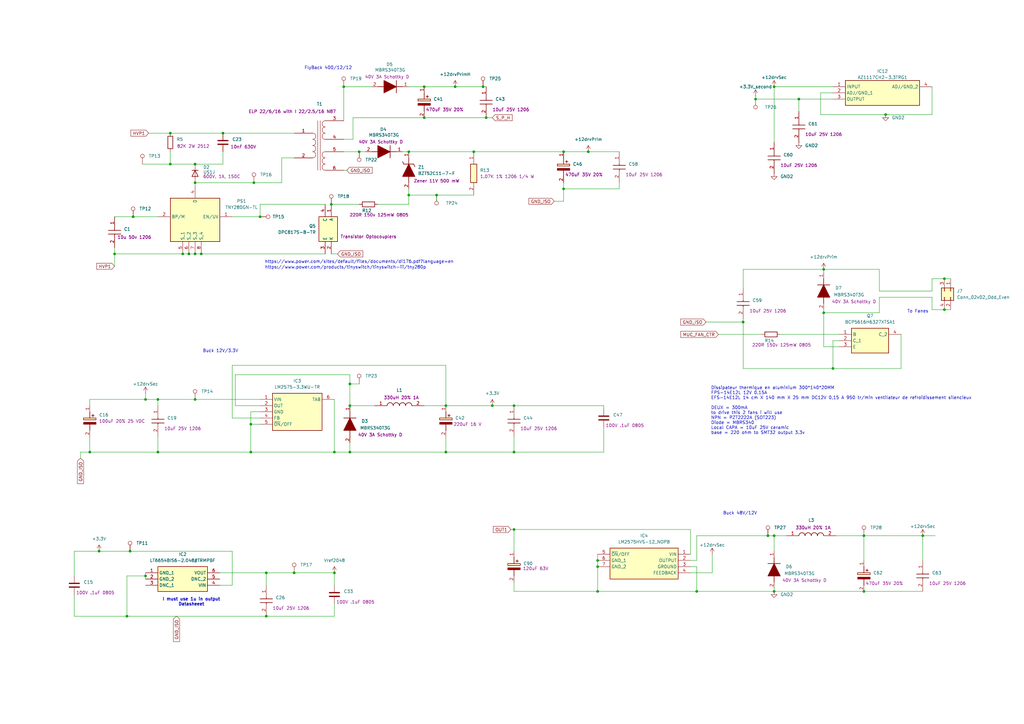
<source format=kicad_sch>
(kicad_sch (version 20250114) (generator "eeschema") (generator_version "9.0")
  (paper "A3")
  (text "Buck 12V/3.3V" (at 90.424 144.018 0) (effects (font (size 1.27 1.27))))
  (text "To Fanes\n" (at 376.428 127.762 0) (effects (font (size 1.27 1.27))))
  (text "Buck 48V/12V" (at 303.53 210.566 0) (effects (font (size 1.27 1.27))))
  (text "https://www.power.com/sites/default/files/documents/di176.pdf?language=en" (at 147.32 107.442 0) (effects (font (size 1.27 1.27))))
  (text "Dissipateur thermique en aluminium 300*140*20MM\nFPS-14E12L 12V 0.15A \nEFS-14E12L 14 cm X 140 mm X 25 mm DC12V 0,15 A 950 tr/min ventilateur de refroidissement silencieux\n\nDEUX = 300mA \nto drive this 2 fans i will use \nNPN = PZT2222A (SOT223)\nDiode = MBRS340\nLocal CAPA = 10uF 25V ceramic \nbase = 220 ohm to SMT32 output 3.3v " (at 291.592 168.402 0) (effects (font (size 1.27 1.27)) (justify left)))
  (text "I must use 1u in output\nDatasheeet\n" (at 78.486 246.888 0) (effects (font (size 1.27 1.27) (thickness 0.254) (bold yes))))
  (text "https://www.power.com/products/tinyswitch/tinyswitch-iii/tny280p" (at 141.732 109.728 0) (effects (font (size 1.27 1.27))))
  (text "FlyBack 400/12/12" (at 134.62 27.94 0) (effects (font (size 1.27 1.27))))
  (junction (at 102.87 173.99))
  (junction (at 109.22 234.95))
  (junction (at 80.01 104.14))
  (junction (at 54.61 88.9))
  (junction (at 173.99 35.56))
  (junction (at 378.46 219.71))
  (junction (at 137.16 185.42))
  (junction (at 387.35 127))
  (junction (at 82.55 104.14))
  (junction (at 231.14 62.23))
  (junction (at 40.64 226.06))
  (junction (at 314.96 219.71))
  (junction (at 245.11 232.41))
  (junction (at 69.85 67.31))
  (junction (at 317.5 35.56))
  (junction (at 106.68 88.9))
  (junction (at 341.63 151.13))
  (junction (at 210.82 185.42))
  (junction (at 135.89 83.82))
  (junction (at 317.5 219.71))
  (junction (at 186.69 35.56))
  (junction (at 147.32 62.23))
  (junction (at 59.69 236.22))
  (junction (at 363.22 46.99))
  (junction (at 245.11 242.57))
  (junction (at 143.51 166.37))
  (junction (at 210.82 166.37))
  (junction (at 167.64 80.01))
  (junction (at 241.3 62.23))
  (junction (at 80.01 74.93))
  (junction (at 80.01 163.83))
  (junction (at 194.31 62.23))
  (junction (at 179.07 80.01))
  (junction (at 199.39 48.26))
  (junction (at 143.51 185.42))
  (junction (at 337.82 110.49))
  (junction (at 182.88 185.42))
  (junction (at 77.47 104.14))
  (junction (at 137.16 234.95))
  (junction (at 210.82 217.17))
  (junction (at 52.07 252.73))
  (junction (at 104.14 74.93))
  (junction (at 201.93 166.37))
  (junction (at 354.33 219.71))
  (junction (at 91.44 54.61))
  (junction (at 387.35 114.3))
  (junction (at 317.5 242.57))
  (junction (at 102.87 185.42))
  (junction (at 74.93 104.14))
  (junction (at 231.14 77.47))
  (junction (at 327.66 40.64))
  (junction (at 182.88 166.37))
  (junction (at 64.77 163.83))
  (junction (at 80.01 67.31))
  (junction (at 109.22 252.73))
  (junction (at 167.64 62.23))
  (junction (at 120.65 234.95))
  (junction (at 198.12 35.56))
  (junction (at 245.11 229.87))
  (junction (at 337.82 128.27))
  (junction (at 46.99 104.14))
  (junction (at 309.88 40.64))
  (junction (at 36.83 185.42))
  (junction (at 59.69 163.83))
  (junction (at 143.51 157.48))
  (junction (at 140.97 35.56))
  (junction (at 304.8 132.08))
  (junction (at 173.99 48.26))
  (junction (at 53.34 226.06))
  (junction (at 64.77 185.42))
  (junction (at 285.75 242.57))
  (junction (at 69.85 54.61))
  (junction (at 354.33 242.57))
  (wire (pts (xy 317.5 219.71) (xy 317.5 226.06)))
  (wire (pts (xy 147.32 62.23) (xy 149.86 62.23)))
  (wire (pts (xy 167.64 80.01) (xy 167.64 77.47)))
  (wire (pts (xy 304.8 132.08) (xy 289.56 132.08)))
  (wire (pts (xy 59.69 236.22) (xy 59.69 237.49)))
  (wire (pts (xy 254 77.47) (xy 231.14 77.47)))
  (wire (pts (xy 64.77 185.42) (xy 64.77 179.07)))
  (wire (pts (xy 102.87 168.91) (xy 106.68 168.91)))
  (wire (pts (xy 209.55 217.17) (xy 210.82 217.17)))
  (wire (pts (xy 30.48 243.84) (xy 30.48 252.73)))
  (wire (pts (xy 91.44 62.23) (xy 91.44 67.31)))
  (wire (pts (xy 36.83 163.83) (xy 59.69 163.83)))
  (wire (pts (xy 96.52 153.67) (xy 143.51 153.67)))
  (wire (pts (xy 179.07 80.01) (xy 167.64 80.01)))
  (wire (pts (xy 64.77 163.83) (xy 64.77 166.37)))
  (wire (pts (xy 91.44 54.61) (xy 120.65 54.61)))
  (wire (pts (xy 304.8 130.81) (xy 304.8 132.08)))
  (wire (pts (xy 30.48 226.06) (xy 30.48 236.22)))
  (wire (pts (xy 389.89 114.3) (xy 387.35 114.3)))
  (wire (pts (xy 179.07 80.01) (xy 194.31 80.01)))
  (wire (pts (xy 210.82 185.42) (xy 210.82 179.07)))
  (wire (pts (xy 285.75 229.87) (xy 283.21 229.87)))
  (wire (pts (xy 60.96 54.61) (xy 69.85 54.61)))
  (wire (pts (xy 144.78 57.15) (xy 144.78 48.26)))
  (wire (pts (xy 360.68 121.92) (xy 382.27 121.92)))
  (wire (pts (xy 95.25 240.03) (xy 95.25 226.06)))
  (wire (pts (xy 382.27 121.92) (xy 382.27 127)))
  (wire (pts (xy 382.27 127) (xy 387.35 127)))
  (wire (pts (xy 143.51 181.61) (xy 143.51 185.42)))
  (wire (pts (xy 317.5 242.57) (xy 354.33 242.57)))
  (wire (pts (xy 46.99 109.22) (xy 46.99 104.14)))
  (wire (pts (xy 210.82 166.37) (xy 247.65 166.37)))
  (wire (pts (xy 254 74.93) (xy 254 77.47)))
  (wire (pts (xy 210.82 217.17) (xy 283.21 217.17)))
  (wire (pts (xy 140.97 35.56) (xy 152.4 35.56)))
  (wire (pts (xy 154.94 83.82) (xy 167.64 83.82)))
  (wire (pts (xy 354.33 242.57) (xy 378.46 242.57)))
  (wire (pts (xy 285.75 232.41) (xy 285.75 242.57)))
  (wire (pts (xy 245.11 232.41) (xy 245.11 242.57)))
  (wire (pts (xy 102.87 173.99) (xy 102.87 185.42)))
  (wire (pts (xy 36.83 185.42) (xy 64.77 185.42)))
  (wire (pts (xy 90.17 240.03) (xy 95.25 240.03)))
  (wire (pts (xy 179.07 82.55) (xy 179.07 80.01)))
  (wire (pts (xy 336.55 38.1) (xy 341.63 38.1)))
  (wire (pts (xy 106.68 83.82) (xy 106.68 88.9)))
  (wire (pts (xy 231.14 62.23) (xy 241.3 62.23)))
  (wire (pts (xy 304.8 110.49) (xy 304.8 118.11)))
  (wire (pts (xy 285.75 229.87) (xy 285.75 219.71)))
  (wire (pts (xy 64.77 88.9) (xy 54.61 88.9)))
  (wire (pts (xy 304.8 151.13) (xy 341.63 151.13)))
  (wire (pts (xy 143.51 153.67) (xy 143.51 157.48)))
  (wire (pts (xy 135.89 83.82) (xy 147.32 83.82)))
  (wire (pts (xy 210.82 185.42) (xy 247.65 185.42)))
  (wire (pts (xy 52.07 252.73) (xy 109.22 252.73)))
  (wire (pts (xy 167.64 80.01) (xy 167.64 83.82)))
  (wire (pts (xy 46.99 101.6) (xy 46.99 104.14)))
  (wire (pts (xy 304.8 110.49) (xy 337.82 110.49)))
  (wire (pts (xy 115.57 64.77) (xy 120.65 64.77)))
  (wire (pts (xy 80.01 74.93) (xy 80.01 76.2)))
  (wire (pts (xy 182.88 185.42) (xy 182.88 179.07)))
  (wire (pts (xy 283.21 217.17) (xy 283.21 227.33)))
  (wire (pts (xy 231.14 82.55) (xy 231.14 77.47)))
  (wire (pts (xy 95.25 171.45) (xy 106.68 171.45)))
  (wire (pts (xy 106.68 166.37) (xy 96.52 166.37)))
  (wire (pts (xy 341.63 151.13) (xy 369.57 151.13)))
  (wire (pts (xy 33.02 185.42) (xy 36.83 185.42)))
  (wire (pts (xy 69.85 67.31) (xy 69.85 62.23)))
  (wire (pts (xy 360.68 128.27) (xy 360.68 121.92)))
  (wire (pts (xy 245.11 229.87) (xy 245.11 232.41)))
  (wire (pts (xy 283.21 234.95) (xy 292.1 234.95)))
  (wire (pts (xy 96.52 166.37) (xy 96.52 153.67)))
  (wire (pts (xy 309.88 40.64) (xy 327.66 40.64)))
  (wire (pts (xy 360.68 119.38) (xy 382.27 119.38)))
  (wire (pts (xy 337.82 142.24) (xy 344.17 142.24)))
  (wire (pts (xy 69.85 67.31) (xy 80.01 67.31)))
  (wire (pts (xy 74.93 104.14) (xy 77.47 104.14)))
  (wire (pts (xy 167.64 35.56) (xy 173.99 35.56)))
  (wire (pts (xy 317.5 35.56) (xy 317.5 58.42)))
  (wire (pts (xy 342.9 219.71) (xy 354.33 219.71)))
  (wire (pts (xy 360.68 110.49) (xy 360.68 119.38)))
  (wire (pts (xy 77.47 104.14) (xy 80.01 104.14)))
  (wire (pts (xy 173.99 48.26) (xy 199.39 48.26)))
  (wire (pts (xy 294.64 137.16) (xy 312.42 137.16)))
  (wire (pts (xy 106.68 83.82) (xy 133.35 83.82)))
  (wire (pts (xy 109.22 234.95) (xy 120.65 234.95)))
  (wire (pts (xy 64.77 185.42) (xy 102.87 185.42)))
  (wire (pts (xy 135.89 104.14) (xy 138.43 104.14)))
  (wire (pts (xy 247.65 167.64) (xy 247.65 166.37)))
  (wire (pts (xy 186.69 35.56) (xy 198.12 35.56)))
  (wire (pts (xy 140.97 35.56) (xy 140.97 49.53)))
  (wire (pts (xy 378.46 219.71) (xy 378.46 229.87)))
  (wire (pts (xy 354.33 219.71) (xy 354.33 229.87)))
  (wire (pts (xy 201.93 166.37) (xy 210.82 166.37)))
  (wire (pts (xy 104.14 74.93) (xy 115.57 74.93)))
  (wire (pts (xy 140.97 57.15) (xy 144.78 57.15)))
  (wire (pts (xy 115.57 64.77) (xy 115.57 74.93)))
  (wire (pts (xy 137.16 185.42) (xy 143.51 185.42)))
  (wire (pts (xy 182.88 149.86) (xy 182.88 166.37)))
  (wire (pts (xy 337.82 128.27) (xy 337.82 142.24)))
  (wire (pts (xy 182.88 185.42) (xy 210.82 185.42)))
  (wire (pts (xy 143.51 157.48) (xy 143.51 166.37)))
  (wire (pts (xy 102.87 185.42) (xy 137.16 185.42)))
  (wire (pts (xy 142.24 69.85) (xy 140.97 69.85)))
  (wire (pts (xy 137.16 163.83) (xy 137.16 185.42)))
  (wire (pts (xy 241.3 62.23) (xy 254 62.23)))
  (wire (pts (xy 54.61 88.9) (xy 46.99 88.9)))
  (wire (pts (xy 102.87 168.91) (xy 102.87 173.99)))
  (wire (pts (xy 95.25 149.86) (xy 182.88 149.86)))
  (wire (pts (xy 363.22 46.99) (xy 336.55 46.99)))
  (wire (pts (xy 314.96 219.71) (xy 317.5 219.71)))
  (wire (pts (xy 320.04 137.16) (xy 344.17 137.16)))
  (wire (pts (xy 36.83 185.42) (xy 36.83 179.07)))
  (wire (pts (xy 59.69 161.29) (xy 59.69 163.83)))
  (wire (pts (xy 317.5 35.56) (xy 341.63 35.56)))
  (wire (pts (xy 245.11 242.57) (xy 285.75 242.57)))
  (wire (pts (xy 317.5 219.71) (xy 322.58 219.71)))
  (wire (pts (xy 90.17 234.95) (xy 109.22 234.95)))
  (wire (pts (xy 337.82 110.49) (xy 360.68 110.49)))
  (wire (pts (xy 382.27 114.3) (xy 382.27 119.38)))
  (wire (pts (xy 53.34 226.06) (xy 95.25 226.06)))
  (wire (pts (xy 143.51 157.48) (xy 147.32 157.48)))
  (wire (pts (xy 165.1 62.23) (xy 167.64 62.23)))
  (wire (pts (xy 285.75 219.71) (xy 314.96 219.71)))
  (wire (pts (xy 247.65 175.26) (xy 247.65 185.42)))
  (wire (pts (xy 58.42 67.31) (xy 69.85 67.31)))
  (wire (pts (xy 337.82 110.49) (xy 337.82 111.76)))
  (wire (pts (xy 80.01 67.31) (xy 91.44 67.31)))
  (wire (pts (xy 30.48 226.06) (xy 40.64 226.06)))
  (wire (pts (xy 317.5 241.3) (xy 317.5 242.57)))
  (wire (pts (xy 69.85 54.61) (xy 91.44 54.61)))
  (wire (pts (xy 198.12 35.56) (xy 199.39 35.56)))
  (wire (pts (xy 231.14 77.47) (xy 231.14 74.93)))
  (wire (pts (xy 369.57 137.16) (xy 369.57 151.13)))
  (wire (pts (xy 120.65 234.95) (xy 137.16 234.95)))
  (wire (pts (xy 327.66 40.64) (xy 327.66 45.72)))
  (wire (pts (xy 52.07 236.22) (xy 52.07 252.73)))
  (wire (pts (xy 173.99 166.37) (xy 182.88 166.37)))
  (wire (pts (xy 80.01 74.93) (xy 104.14 74.93)))
  (wire (pts (xy 327.66 40.64) (xy 341.63 40.64)))
  (wire (pts (xy 210.82 217.17) (xy 210.82 226.06)))
  (wire (pts (xy 46.99 104.14) (xy 74.93 104.14)))
  (wire (pts (xy 378.46 219.71) (xy 383.54 219.71)))
  (wire (pts (xy 285.75 242.57) (xy 317.5 242.57)))
  (wire (pts (xy 382.27 35.56) (xy 382.27 46.99)))
  (wire (pts (xy 245.11 227.33) (xy 245.11 229.87)))
  (wire (pts (xy 82.55 104.14) (xy 133.35 104.14)))
  (wire (pts (xy 227.33 82.55) (xy 231.14 82.55)))
  (wire (pts (xy 341.63 139.7) (xy 341.63 151.13)))
  (wire (pts (xy 109.22 252.73) (xy 137.16 252.73)))
  (wire (pts (xy 137.16 247.65) (xy 137.16 252.73)))
  (wire (pts (xy 292.1 227.33) (xy 292.1 234.95)))
  (wire (pts (xy 336.55 46.99) (xy 336.55 38.1)))
  (wire (pts (xy 387.35 114.3) (xy 382.27 114.3)))
  (wire (pts (xy 337.82 127) (xy 337.82 128.27)))
  (wire (pts (xy 109.22 234.95) (xy 109.22 240.03)))
  (wire (pts (xy 80.01 163.83) (xy 64.77 163.83)))
  (wire (pts (xy 36.83 163.83) (xy 36.83 166.37)))
  (wire (pts (xy 33.02 187.96) (xy 33.02 185.42)))
  (wire (pts (xy 106.68 163.83) (xy 80.01 163.83)))
  (wire (pts (xy 210.82 242.57) (xy 245.11 242.57)))
  (wire (pts (xy 80.01 104.14) (xy 82.55 104.14)))
  (wire (pts (xy 30.48 252.73) (xy 52.07 252.73)))
  (wire (pts (xy 173.99 35.56) (xy 186.69 35.56)))
  (wire (pts (xy 106.68 88.9) (xy 95.25 88.9)))
  (wire (pts (xy 354.33 219.71) (xy 378.46 219.71)))
  (wire (pts (xy 210.82 238.76) (xy 210.82 242.57)))
  (wire (pts (xy 144.78 48.26) (xy 173.99 48.26)))
  (wire (pts (xy 283.21 232.41) (xy 285.75 232.41)))
  (wire (pts (xy 182.88 166.37) (xy 201.93 166.37)))
  (wire (pts (xy 95.25 149.86) (xy 95.25 171.45)))
  (wire (pts (xy 304.8 132.08) (xy 304.8 151.13)))
  (wire (pts (xy 309.88 40.64) (xy 309.88 39.37)))
  (wire (pts (xy 143.51 166.37) (xy 153.67 166.37)))
  (wire (pts (xy 59.69 163.83) (xy 64.77 163.83)))
  (wire (pts (xy 341.63 139.7) (xy 344.17 139.7)))
  (wire (pts (xy 194.31 62.23) (xy 231.14 62.23)))
  (wire (pts (xy 382.27 46.99) (xy 363.22 46.99)))
  (wire (pts (xy 59.69 236.22) (xy 52.07 236.22)))
  (wire (pts (xy 199.39 48.26) (xy 201.93 48.26)))
  (wire (pts (xy 137.16 234.95) (xy 137.16 240.03)))
  (wire (pts (xy 337.82 128.27) (xy 360.68 128.27)))
  (wire (pts (xy 387.35 127) (xy 389.89 127)))
  (wire (pts (xy 59.69 234.95) (xy 59.69 236.22)))
  (wire (pts (xy 102.87 173.99) (xy 106.68 173.99)))
  (wire (pts (xy 40.64 226.06) (xy 53.34 226.06)))
  (wire (pts (xy 140.97 62.23) (xy 147.32 62.23)))
  (wire (pts (xy 167.64 62.23) (xy 194.31 62.23)))
  (wire (pts (xy 143.51 185.42) (xy 182.88 185.42)))
  (global_label "OUT1" (shape input) (at 209.55 217.17 180) (property "Intersheetrefs" "${INTERSHEET_REFS}" (effects (hide yes))))
  (global_label "GND_ISO" (shape input) (at 138.43 104.14 0) (property "Intersheetrefs" "${INTERSHEET_REFS}" (effects (hide yes))))
  (global_label "HVP1" (shape input) (at 60.96 54.61 180) (property "Intersheetrefs" "${INTERSHEET_REFS}" (effects (hide yes))))
  (global_label "MUC_FAN_CTR" (shape input) (at 294.64 137.16 180) (property "Intersheetrefs" "${INTERSHEET_REFS}" (effects (hide yes))))
  (global_label "GND_ISO" (shape input) (at 289.56 132.08 180) (property "Intersheetrefs" "${INTERSHEET_REFS}" (effects (hide yes))))
  (global_label "GND_ISO" (shape input) (at 33.02 187.96 270) (property "Intersheetrefs" "${INTERSHEET_REFS}" (effects (hide yes))))
  (global_label "GND_ISO" (shape input) (at 227.33 82.55 180) (property "Intersheetrefs" "${INTERSHEET_REFS}" (effects (hide yes))))
  (global_label "GND_ISO" (shape input) (at 72.39 252.73 270) (property "Intersheetrefs" "${INTERSHEET_REFS}" (effects (hide yes))))
  (global_label "HVP1" (shape input) (at 46.99 109.22 180) (property "Intersheetrefs" "${INTERSHEET_REFS}" (effects (hide yes))))
  (global_label "S_P_H" (shape input) (at 201.93 48.26 0) (property "Intersheetrefs" "${INTERSHEET_REFS}" (effects (hide yes))))
  (global_label "GND_ISO" (shape input) (at 142.24 69.85 0) (property "Intersheetrefs" "${INTERSHEET_REFS}" (effects (hide yes))))
  (symbol (lib_id "GRM31CR71E106KA12K:GRM31CR71E106KA12K") (at 109.22 240.03 270) (unit 1)
    (property "Reference" "C26" (at 113.03 245.1099 90) (effects (justify left)))
    (property "Value" "GRM31CR71E106KA12K" (effects (hide yes)))
    (property "Footprint" "GRM31CR71E106KA12K:GRM31x" (effects (hide yes)))
    (property "Datasheet" "https://search.murata.co.jp/Ceramy/image/img/A01X/G101/ENG/GRM31CR71E106KA12-01CA.pdf" (effects (hide yes)))
    (property "Description" "10uF 25V 1206" (at 119.38 249.428 90))
    (property "Height" "1.25" (effects (hide yes)))
    (property "Mouser Part Number" "81-GRM31CR71E106KA2K" (effects (hide yes)))
    (property "Mouser Price/Stock" "https://www.mouser.co.uk/ProductDetail/Murata-Electronics/GRM31CR71E106KA12K?qs=raY79WRVTyM6xGVExNjdaw%3D%3D" (effects (hide yes)))
    (property "Manufacturer_Name" "Murata Electronics" (effects (hide yes)))
    (property "Manufacturer_Part_Number" "GRM31CR71E106KA12K" (effects (hide yes)))
  )
  (symbol (lib_id "power:GND2") (at 317.5 242.57 0) (unit 1)
    (property "Reference" "#PWR030" (effects (hide yes)))
    (property "Value" "GND2" (at 320.04 243.8399 0) (effects (justify left)))
    (property "Description" "Power symbol creates a global label with name \"GND2\" , ground" (effects (hide yes)))
  )
  (symbol (lib_id "Connector:TestPoint") (at 53.34 226.06 0) (unit 1)
    (property "Reference" "TP11" (at 55.88 222.7579 0) (effects (justify left)))
    (property "Value" "TestPoint" (effects (hide yes)))
    (property "Footprint" "TestPoint:TestPoint_Pad_D1.0mm" (effects (hide yes)))
    (property "Description" "test point" (effects (hide yes)))
  )
  (symbol (lib_id "AZ1117CH2-3_3TRG1:AZ1117CH2-3.3TRG1") (at 341.63 35.56 0) (unit 1)
    (property "Reference" "IC12" (at 361.95 29.21 0))
    (property "Value" "AZ1117CH2-3.3TRG1" (at 361.95 31.75 0))
    (property "Footprint" "SOT230P700X180-4N" (effects (hide yes)))
    (property "Datasheet" "https://www.diodes.com//assets/Datasheets/AZ1117C.pdf" (effects (hide yes)))
    (property "Description" "LDO Voltage Regulators LDO BJT HiCurr SOT223 T&R 4K" (effects (hide yes)))
    (property "Height" "1.8" (effects (hide yes)))
    (property "Mouser Part Number" "621-AZ1117CH2-33TRG1" (effects (hide yes)))
    (property "Mouser Price/Stock" "https://www.mouser.co.uk/ProductDetail/Diodes-Incorporated/AZ1117CH2-3.3TRG1?qs=lQAVKuKFhkLc7jCxso2G3w%3D%3D" (effects (hide yes)))
    (property "Manufacturer_Name" "Diodes Incorporated" (effects (hide yes)))
    (property "Manufacturer_Part_Number" "AZ1117CH2-3.3TRG1" (effects (hide yes)))
  )
  (symbol (lib_id "LT6654BIS6-2_048#TRMPBF:LT6654BIS6-2.048#TRMPBF") (at 59.69 234.95 0) (unit 1)
    (property "Reference" "IC2" (at 74.93 227.33 0))
    (property "Value" "LT6654BIS6-2.048#TRMPBF" (at 74.93 229.87 0))
    (property "Footprint" "LT6654BIS6-2.048#TRMPBF:SOT95P280X100-6N" (effects (hide yes)))
    (property "Datasheet" "https://www.analog.com/media/en/technical-documentation/data-sheets/lt6654.pdf" (effects (hide yes)))
    (property "Description" "Voltage Reference, 2.048V reference, 0.1 %, +/- 10ppm/C, TSOT-23-6" (effects (hide yes)))
    (property "Height" "1" (effects (hide yes)))
    (property "Mouser Part Number" "584-6654BIS62048TMPB" (effects (hide yes)))
    (property "Manufacturer_Name" "Analog Devices" (effects (hide yes)))
  )
  (symbol (lib_id "power:+5V") (at 201.93 166.37 0) (unit 1)
    (property "Reference" "#PWR019" (effects (hide yes)))
    (property "Value" "+3.3V" (at 201.93 161.29 0))
    (property "Description" "Power symbol creates a global label with name \"+5V\"" (effects (hide yes)))
  )
  (symbol (lib_id "BZT52C11-7-F:BZT52C11-7-F") (at 167.64 62.23 270) (unit 1)
    (property "Reference" "Z1" (at 171.45 68.5799 90) (effects (justify left)))
    (property "Value" "BZT52C11-7-F" (at 171.45 71.1199 90) (effects (justify left)))
    (property "Footprint" "BZT52C11-7-F:SOD3716X145N" (effects (hide yes)))
    (property "Datasheet" "https://www.diodes.com//assets/Datasheets/ds18004.pdf" (effects (hide yes)))
    (property "Description" "Zener 11V 500 mW" (at 179.07 74.168 90))
    (property "Height" "1.45" (effects (hide yes)))
    (property "Mouser Part Number" "621-BZT52C11-F" (effects (hide yes)))
    (property "Mouser Price/Stock" "https://www.mouser.co.uk/ProductDetail/Diodes-Incorporated/BZT52C11-7-F?qs=NCeJV9s1cFlH%2FmA72UzX4g%3D%3D" (effects (hide yes)))
    (property "Manufacturer_Name" "Diodes Incorporated" (effects (hide yes)))
    (property "Manufacturer_Part_Number" "BZT52C11-7-F" (effects (hide yes)))
  )
  (symbol (lib_id "GRM31CR71E106KA12K:GRM31CR71E106KA12K") (at 199.39 35.56 270) (unit 1)
    (property "Reference" "C43" (at 203.2 40.6399 90) (effects (justify left)))
    (property "Value" "GRM31CR71E106KA12K" (effects (hide yes)))
    (property "Footprint" "GRM31CR71E106KA12K:GRM31x" (effects (hide yes)))
    (property "Datasheet" "https://search.murata.co.jp/Ceramy/image/img/A01X/G101/ENG/GRM31CR71E106KA12-01CA.pdf" (effects (hide yes)))
    (property "Description" "10uF 25V 1206" (at 209.55 44.958 90))
    (property "Height" "1.25" (effects (hide yes)))
    (property "Mouser Part Number" "81-GRM31CR71E106KA2K" (effects (hide yes)))
    (property "Mouser Price/Stock" "https://www.mouser.co.uk/ProductDetail/Murata-Electronics/GRM31CR71E106KA12K?qs=raY79WRVTyM6xGVExNjdaw%3D%3D" (effects (hide yes)))
    (property "Manufacturer_Name" "Murata Electronics" (effects (hide yes)))
    (property "Manufacturer_Part_Number" "GRM31CR71E106KA12K" (effects (hide yes)))
  )
  (symbol (lib_id "Connector:TestPoint") (at 147.32 62.23 0) (mirror x) (unit 1)
    (property "Reference" "TP22" (at 149.86 65.5321 0) (effects (justify left)))
    (property "Value" "TestPoint" (effects (hide yes)))
    (property "Footprint" "TestPoint:TestPoint_Pad_D1.0mm" (effects (hide yes)))
    (property "Description" "test point" (effects (hide yes)))
  )
  (symbol (lib_id "GRM31CR71E106KA12K:GRM31CR71E106KA12K") (at 317.5 58.42 270) (unit 1)
    (property "Reference" "C60" (at 321.31 63.4999 90) (effects (justify left)))
    (property "Value" "GRM31CR71E106KA12K" (effects (hide yes)))
    (property "Footprint" "GRM31CR71E106KA12K:GRM31x" (effects (hide yes)))
    (property "Datasheet" "https://search.murata.co.jp/Ceramy/image/img/A01X/G101/ENG/GRM31CR71E106KA12-01CA.pdf" (effects (hide yes)))
    (property "Description" "10uF 25V 1206" (at 327.66 67.818 90))
    (property "Height" "1.25" (effects (hide yes)))
    (property "Mouser Part Number" "81-GRM31CR71E106KA2K" (effects (hide yes)))
    (property "Mouser Price/Stock" "https://www.mouser.co.uk/ProductDetail/Murata-Electronics/GRM31CR71E106KA12K?qs=raY79WRVTyM6xGVExNjdaw%3D%3D" (effects (hide yes)))
    (property "Manufacturer_Name" "Murata Electronics" (effects (hide yes)))
    (property "Manufacturer_Part_Number" "GRM31CR71E106KA12K" (effects (hide yes)))
  )
  (symbol (lib_id "GRM31CR71E106KA12K:GRM31CR71E106KA12K") (at 327.66 45.72 270) (unit 1)
    (property "Reference" "C61" (at 331.47 50.7999 90) (effects (justify left)))
    (property "Value" "GRM31CR71E106KA12K" (effects (hide yes)))
    (property "Footprint" "GRM31CR71E106KA12K:GRM31x" (effects (hide yes)))
    (property "Datasheet" "https://search.murata.co.jp/Ceramy/image/img/A01X/G101/ENG/GRM31CR71E106KA12-01CA.pdf" (effects (hide yes)))
    (property "Description" "10uF 25V 1206" (at 337.82 55.118 90))
    (property "Height" "1.25" (effects (hide yes)))
    (property "Mouser Part Number" "81-GRM31CR71E106KA2K" (effects (hide yes)))
    (property "Mouser Price/Stock" "https://www.mouser.co.uk/ProductDetail/Murata-Electronics/GRM31CR71E106KA12K?qs=raY79WRVTyM6xGVExNjdaw%3D%3D" (effects (hide yes)))
    (property "Manufacturer_Name" "Murata Electronics" (effects (hide yes)))
    (property "Manufacturer_Part_Number" "GRM31CR71E106KA12K" (effects (hide yes)))
  )
  (symbol (lib_id "EEV-FK1V471Q:EEV-FK1V471Q") (at 173.99 35.56 270) (unit 1)
    (property "Reference" "C41" (at 177.8 40.6399 90) (effects (justify left)))
    (property "Value" "EEV-FK1V471Q" (effects (hide yes)))
    (property "Footprint" "EEV-FK1V471Q:EEEFK0J332AQ" (effects (hide yes)))
    (property "Datasheet" "http://industrial.panasonic.com/cdbs/www-data/pdf/RDE0000/ABA0000C1181.pdf" (effects (hide yes)))
    (property "Description" "470uF 35V 20%" (at 182.372 44.958 90))
    (property "Height" "15" (effects (hide yes)))
    (property "Mouser Part Number" "667-EEV-FK1V471Q" (effects (hide yes)))
    (property "Mouser Price/Stock" "https://www.mouser.co.uk/ProductDetail/Panasonic/EEV-FK1V471Q?qs=f%252BPvLx1Hi0nmPvz1q5bc1Q%3D%3D" (effects (hide yes)))
    (property "Manufacturer_Name" "Panasonic" (effects (hide yes)))
    (property "Manufacturer_Part_Number" "EEV-FK1V471Q" (effects (hide yes)))
    (property "Field10" "Cap Aluminum Lytic 470uF 35V 20% (12.5 X 13.5mm) SMD 0.06 Ohm 1100mA 2000h 105C Automotive T/R" (effects (hide yes)))
  )
  (symbol (lib_id "MBRS340T3G:MBRS340T3G") (at 337.82 111.76 90) (mirror x) (unit 1)
    (property "Reference" "D7" (at 343.916 118.11 90))
    (property "Value" "MBRS340T3G" (at 348.234 120.904 90))
    (property "Footprint" "MBRS340T3G:DIOM8059X261N" (effects (hide yes)))
    (property "Datasheet" "https://www.onsemi.com/pub/Collateral/MBRS340T3-D.PDF" (effects (hide yes)))
    (property "Description" "40V 3A Schottky D" (at 350.266 123.698 90))
    (property "Height" "2.61" (effects (hide yes)))
    (property "Mouser Part Number" "863-MBRS340T3G" (effects (hide yes)))
    (property "Mouser Price/Stock" "https://www.mouser.co.uk/ProductDetail/onsemi/MBRS340T3G?qs=3JMERSakeboCr3wxBgfY3w%3D%3D" (effects (hide yes)))
    (property "Manufacturer_Name" "onsemi" (effects (hide yes)))
    (property "Manufacturer_Part_Number" "MBRS340T3G" (effects (hide yes)))
  )
  (symbol (lib_id "Connector:TestPoint") (at 147.32 157.48 0) (unit 1)
    (property "Reference" "TP23" (at 149.86 154.1779 0) (effects (justify left)))
    (property "Value" "TestPoint" (effects (hide yes)))
    (property "Footprint" "TestPoint:TestPoint_Pad_D1.0mm" (effects (hide yes)))
    (property "Description" "test point" (effects (hide yes)))
  )
  (symbol (lib_id "power:+5V") (at 40.64 226.06 0) (unit 1)
    (property "Reference" "#PWR02" (effects (hide yes)))
    (property "Value" "+3.3V" (at 40.64 220.98 0))
    (property "Description" "Power symbol creates a global label with name \"+5V\"" (effects (hide yes)))
  )
  (symbol (lib_id "Connector_Generic:Conn_02x02_Odd_Even") (at 389.89 119.38 270) (unit 1)
    (property "Reference" "J7" (at 392.43 119.3799 90) (effects (justify left)))
    (property "Value" "Conn_02x02_Odd_Even" (at 392.43 121.9199 90) (effects (justify left)))
    (property "Footprint" "Connector_PinHeader_2.54mm:PinHeader_2x02_P2.54mm_Vertical_SMD" (effects (hide yes)))
    (property "Description" "Generic connector, double row, 02x02, odd/even pin numbering scheme (row 1 odd numbers, row 2 even numbers), script generated (kicad-library-utils/schlib/autogen/connector/)" (effects (hide yes)))
  )
  (symbol (lib_id "Connector:TestPoint") (at 104.14 74.93 0) (unit 1)
    (property "Reference" "TP16" (at 106.68 71.6279 0) (effects (justify left)))
    (property "Value" "TestPoint" (effects (hide yes)))
    (property "Footprint" "TestPoint:TestPoint_Pad_D1.0mm" (effects (hide yes)))
    (property "Description" "test point" (effects (hide yes)))
  )
  (symbol (lib_id "Device:R") (at 69.85 58.42 0) (unit 1)
    (property "Reference" "R5" (at 72.39 57.1499 0) (effects (justify left)))
    (property "Value" "9-2176070-5" (effects (hide yes)))
    (property "Footprint" "Resistor_SMD:R_2512_6332Metric" (effects (hide yes)))
    (property "Datasheet" "https://www.te.com/commerce/DocumentDelivery/DDEController?Action=srchrtrv&DocNm=2176070&DocType=Customer+Drawing&DocLang=English&PartCntxt=9-2176070-5&DocFormat=pdf" (effects (hide yes)))
    (property "Description" "82K 2W 2512" (at 79.248 59.944 0))
    (property "Mouser Part Number" "9-2176070-5" (effects (hide yes)))
    (property "Manufacturer_Name" "TE Connectivity / P&B" (effects (hide yes)))
    (property "Manufacturer_Part_Number " "571-9-2176070-5" (effects (hide yes)))
  )
  (symbol (lib_id "GRM31CR71E106KA12K:GRM31CR71E106KA12K") (at 210.82 166.37 270) (unit 1)
    (property "Reference" "C44" (at 214.63 171.4499 90) (effects (justify left)))
    (property "Value" "GRM31CR71E106KA12K" (effects (hide yes)))
    (property "Footprint" "GRM31CR71E106KA12K:GRM31x" (effects (hide yes)))
    (property "Datasheet" "https://search.murata.co.jp/Ceramy/image/img/A01X/G101/ENG/GRM31CR71E106KA12-01CA.pdf" (effects (hide yes)))
    (property "Description" "10uF 25V 1206" (at 220.98 175.768 90))
    (property "Height" "1.25" (effects (hide yes)))
    (property "Mouser Part Number" "81-GRM31CR71E106KA2K" (effects (hide yes)))
    (property "Mouser Price/Stock" "https://www.mouser.co.uk/ProductDetail/Murata-Electronics/GRM31CR71E106KA12K?qs=raY79WRVTyM6xGVExNjdaw%3D%3D" (effects (hide yes)))
    (property "Manufacturer_Name" "Murata Electronics" (effects (hide yes)))
    (property "Manufacturer_Part_Number" "GRM31CR71E106KA12K" (effects (hide yes)))
  )
  (symbol (lib_id "EEV-FK1V471Q:EEV-FK1V471Q") (at 354.33 229.87 270) (unit 1)
    (property "Reference" "C62" (at 358.14 234.9499 90) (effects (justify left)))
    (property "Value" "EEV-FK1V471Q" (effects (hide yes)))
    (property "Footprint" "EEV-FK1V471Q:EEEFK0J332AQ" (effects (hide yes)))
    (property "Datasheet" "http://industrial.panasonic.com/cdbs/www-data/pdf/RDE0000/ABA0000C1181.pdf" (effects (hide yes)))
    (property "Description" "470uF 35V 20%" (at 362.712 239.268 90))
    (property "Height" "15" (effects (hide yes)))
    (property "Mouser Part Number" "667-EEV-FK1V471Q" (effects (hide yes)))
    (property "Mouser Price/Stock" "https://www.mouser.co.uk/ProductDetail/Panasonic/EEV-FK1V471Q?qs=f%252BPvLx1Hi0nmPvz1q5bc1Q%3D%3D" (effects (hide yes)))
    (property "Manufacturer_Name" "Panasonic" (effects (hide yes)))
    (property "Manufacturer_Part_Number" "EEV-FK1V471Q" (effects (hide yes)))
    (property "Field10" "Cap Aluminum Lytic 470uF 35V 20% (12.5 X 13.5mm) SMD 0.06 Ohm 1100mA 2000h 105C Automotive T/R" (effects (hide yes)))
  )
  (symbol (lib_id "power:GND2") (at 363.22 46.99 0) (unit 1)
    (property "Reference" "#PWR038" (effects (hide yes)))
    (property "Value" "GND2" (at 365.76 48.2599 0) (effects (justify left)))
    (property "Description" "Power symbol creates a global label with name \"GND2\" , ground" (effects (hide yes)))
  )
  (symbol (lib_id "power:+12V") (at 378.46 219.71 0) (unit 1)
    (property "Reference" "#PWR041" (effects (hide yes)))
    (property "Value" "+12drvSec" (at 378.46 215.9 0))
    (property "Description" "Power symbol creates a global label with name \"+12V\"" (effects (hide yes)))
  )
  (symbol (lib_id "power:+12V") (at 292.1 227.33 0) (unit 1)
    (property "Reference" "#PWR022" (effects (hide yes)))
    (property "Value" "+12drvSec" (at 292.1 223.52 0))
    (property "Description" "Power symbol creates a global label with name \"+12V\"" (effects (hide yes)))
  )
  (symbol (lib_id "power:GND2") (at 317.5 71.12 0) (unit 1)
    (property "Reference" "#PWR029" (effects (hide yes)))
    (property "Value" "GND2" (at 320.04 72.3899 0) (effects (justify left)))
    (property "Description" "Power symbol creates a global label with name \"GND2\" , ground" (effects (hide yes)))
  )
  (symbol (lib_id "Connector:TestPoint") (at 54.61 88.9 0) (unit 1)
    (property "Reference" "TP12" (at 57.15 85.5979 0) (effects (justify left)))
    (property "Value" "TestPoint" (effects (hide yes)))
    (property "Footprint" "TestPoint:TestPoint_Pad_D1.0mm" (effects (hide yes)))
    (property "Description" "test point" (effects (hide yes)))
  )
  (symbol (lib_id "Device:C") (at 247.65 171.45 0) (unit 1)
    (property "Reference" "C47" (at 251.46 170.1799 0) (effects (justify left)))
    (property "Value" "SH21B104K101CT" (effects (hide yes)))
    (property "Footprint" "Capacitor_SMD:C_0805_2012Metric" (effects (hide yes)))
    (property "Datasheet" "https://www.mouser.fr/datasheet/3/317/1/WTC_MLCC_Soft_term_SH.pdf" (effects (hide yes)))
    (property "Description" "100V .1uF 0805" (at 256.286 174.498 0))
    (property "Manufacturer_Name" "Walsin" (effects (hide yes)))
    (property "Manufacturer_Part_Number " "SH21B104K101CT" (effects (hide yes)))
    (property "Mouser Part Number" "791-SH21B104K101CT" (effects (hide yes)))
  )
  (symbol (lib_id "power:+5V") (at 309.88 39.37 0) (unit 1)
    (property "Reference" "#PWR024" (effects (hide yes)))
    (property "Value" "+3.3V_second" (at 309.88 35.56 0))
    (property "Description" "Power symbol creates a global label with name \"+5V\"" (effects (hide yes)))
  )
  (symbol (lib_id "Connector:TestPoint") (at 58.42 67.31 0) (unit 1)
    (property "Reference" "TP13" (at 60.96 64.0079 0) (effects (justify left)))
    (property "Value" "TestPoint" (effects (hide yes)))
    (property "Footprint" "TestPoint:TestPoint_Pad_D1.0mm" (effects (hide yes)))
    (property "Description" "test point" (effects (hide yes)))
  )
  (symbol (lib_id "Connector:TestPoint") (at 120.65 234.95 0) (unit 1)
    (property "Reference" "TP17" (at 123.19 231.6479 0) (effects (justify left)))
    (property "Value" "TestPoint" (effects (hide yes)))
    (property "Footprint" "TestPoint:TestPoint_Pad_D1.0mm" (effects (hide yes)))
    (property "Description" "test point" (effects (hide yes)))
  )
  (symbol (lib_id "Connector:TestPoint") (at 135.89 83.82 0) (unit 1)
    (property "Reference" "TP18" (at 138.43 80.5179 0) (effects (justify left)))
    (property "Value" "TestPoint" (effects (hide yes)))
    (property "Footprint" "TestPoint:TestPoint_Pad_D1.0mm" (effects (hide yes)))
    (property "Description" "test point" (effects (hide yes)))
  )
  (symbol (lib_id "EEV-FK1V471Q:EEV-FK1V471Q") (at 231.14 62.23 270) (unit 1)
    (property "Reference" "C46" (at 234.95 67.3099 90) (effects (justify left)))
    (property "Value" "EEV-FK1V471Q" (effects (hide yes)))
    (property "Footprint" "EEV-FK1V471Q:EEEFK0J332AQ" (effects (hide yes)))
    (property "Datasheet" "http://industrial.panasonic.com/cdbs/www-data/pdf/RDE0000/ABA0000C1181.pdf" (effects (hide yes)))
    (property "Description" "470uF 35V 20%" (at 239.522 71.628 90))
    (property "Height" "15" (effects (hide yes)))
    (property "Mouser Part Number" "667-EEV-FK1V471Q" (effects (hide yes)))
    (property "Mouser Price/Stock" "https://www.mouser.co.uk/ProductDetail/Panasonic/EEV-FK1V471Q?qs=f%252BPvLx1Hi0nmPvz1q5bc1Q%3D%3D" (effects (hide yes)))
    (property "Manufacturer_Name" "Panasonic" (effects (hide yes)))
    (property "Manufacturer_Part_Number" "EEV-FK1V471Q" (effects (hide yes)))
    (property "Field10" "Cap Aluminum Lytic 470uF 35V 20% (12.5 X 13.5mm) SMD 0.06 Ohm 1100mA 2000h 105C Automotive T/R" (effects (hide yes)))
  )
  (symbol (lib_id "GRM31CR71E106KA12K:GRM31CR71E106KA12K") (at 304.8 118.11 270) (unit 1)
    (property "Reference" "C59" (at 308.61 123.1899 90) (effects (justify left)))
    (property "Value" "GRM31CR71E106KA12K" (effects (hide yes)))
    (property "Footprint" "GRM31CR71E106KA12K:GRM31x" (effects (hide yes)))
    (property "Datasheet" "https://search.murata.co.jp/Ceramy/image/img/A01X/G101/ENG/GRM31CR71E106KA12-01CA.pdf" (effects (hide yes)))
    (property "Description" "10uF 25V 1206" (at 314.96 127.508 90))
    (property "Height" "1.25" (effects (hide yes)))
    (property "Mouser Part Number" "81-GRM31CR71E106KA2K" (effects (hide yes)))
    (property "Mouser Price/Stock" "https://www.mouser.co.uk/ProductDetail/Murata-Electronics/GRM31CR71E106KA12K?qs=raY79WRVTyM6xGVExNjdaw%3D%3D" (effects (hide yes)))
    (property "Manufacturer_Name" "Murata Electronics" (effects (hide yes)))
    (property "Manufacturer_Part_Number" "GRM31CR71E106KA12K" (effects (hide yes)))
  )
  (symbol (lib_id "Connector:TestPoint") (at 80.01 163.83 0) (unit 1)
    (property "Reference" "TP14" (at 82.55 160.5279 0) (effects (justify left)))
    (property "Value" "TestPoint" (effects (hide yes)))
    (property "Footprint" "TestPoint:TestPoint_Pad_D1.0mm" (effects (hide yes)))
    (property "Description" "test point" (effects (hide yes)))
  )
  (symbol (lib_id "A768EB107M1ELAS036:A768EB107M1ELAS036") (at 36.83 165.1 270) (unit 1)
    (property "Reference" "C16" (at 40.64 170.1799 90) (effects (justify left)))
    (property "Value" "A768EB107M1ELAS036" (effects (hide yes)))
    (property "Footprint" "A768EB107M1ELAS036:CAPAE660X600N" (effects (hide yes)))
    (property "Datasheet" "https://content.kemet.com/datasheets/KEM_A4088_A768.pdf" (effects (hide yes)))
    (property "Description" "100uF 20% 25 VDC" (at 50.038 172.72 90))
    (property "Height" "6" (effects (hide yes)))
    (property "Mouser Part Number" "80-A768EB107M1ELAS36" (effects (hide yes)))
    (property "Mouser Price/Stock" "https://www.mouser.co.uk/ProductDetail/KEMET/A768EB107M1ELAS036?qs=DuoOggApuK8GRda2HhTQFg%3D%3D" (effects (hide yes)))
    (property "Manufacturer_Name" "KEMET" (effects (hide yes)))
    (property "Manufacturer_Part_Number" "A768EB107M1ELAS036" (effects (hide yes)))
    (property "Field10" "A768, Aluminum, Polymer Aluminum, 100 uF, 20%, 25 VDC, -55/+125C, 125C, -55C, 125C, 2,000 Hrs, 36 mOhms, 500 uA, 6.3mm, 5.7mm, 1000" (effects (hide yes)))
  )
  (symbol (lib_id "875115350002:875115350002") (at 182.88 166.37 270) (unit 1)
    (property "Reference" "C42" (at 186.69 171.4499 90) (effects (justify left)))
    (property "Value" "875115350002" (effects (hide yes)))
    (property "Footprint" "CAPAE830X770N" (effects (hide yes)))
    (property "Datasheet" "http://katalog.we-online.de/pbs/datasheet/875115350002.pdf" (effects (hide yes)))
    (property "Description" "220uF 16 V" (at 191.77 173.99 90))
    (property "Height" "7.7" (effects (hide yes)))
    (property "Mouser Part Number" "710-875115350002" (effects (hide yes)))
    (property "Mouser Price/Stock" "https://www.mouser.co.uk/ProductDetail/Wurth-Elektronik/875115350002?qs=0KOYDY2FL2%252BUXz2ApdK6oA%3D%3D" (effects (hide yes)))
    (property "Manufacturer_Name" "Wurth Elektronik" (effects (hide yes)))
    (property "Manufacturer_Part_Number" "875115350002" (effects (hide yes)))
    (property "Field10" "Wurth Elektronik 220uF 16 V dc Aluminium Polymer Capacitor, WCAP-PSHP Series 2000h 7.7 (Dia.) x 7.55mm" (effects (hide yes)))
  )
  (symbol (lib_id "GRM31CR71E106KA12K:GRM31CR71E106KA12K") (at 254 62.23 270) (unit 1)
    (property "Reference" "C58" (at 257.81 67.3099 90) (effects (justify left)))
    (property "Value" "GRM31CR71E106KA12K" (effects (hide yes)))
    (property "Footprint" "GRM31CR71E106KA12K:GRM31x" (effects (hide yes)))
    (property "Datasheet" "https://search.murata.co.jp/Ceramy/image/img/A01X/G101/ENG/GRM31CR71E106KA12-01CA.pdf" (effects (hide yes)))
    (property "Description" "10uF 25V 1206" (at 264.16 71.628 90))
    (property "Height" "1.25" (effects (hide yes)))
    (property "Mouser Part Number" "81-GRM31CR71E106KA2K" (effects (hide yes)))
    (property "Mouser Price/Stock" "https://www.mouser.co.uk/ProductDetail/Murata-Electronics/GRM31CR71E106KA12K?qs=raY79WRVTyM6xGVExNjdaw%3D%3D" (effects (hide yes)))
    (property "Manufacturer_Name" "Murata Electronics" (effects (hide yes)))
    (property "Manufacturer_Part_Number" "GRM31CR71E106KA12K" (effects (hide yes)))
  )
  (symbol (lib_id "power:+12V") (at 59.69 161.29 0) (unit 1)
    (property "Reference" "#PWR054" (effects (hide yes)))
    (property "Value" "+12drvSec" (at 59.69 157.48 0))
    (property "Description" "Power symbol creates a global label with name \"+12V\"" (effects (hide yes)))
  )
  (symbol (lib_id "Device:C") (at 30.48 240.03 0) (unit 1)
    (property "Reference" "C15" (at 34.29 238.7599 0) (effects (justify left)))
    (property "Value" "SH21B104K101CT" (effects (hide yes)))
    (property "Footprint" "Capacitor_SMD:C_0805_2012Metric" (effects (hide yes)))
    (property "Datasheet" "https://www.mouser.fr/datasheet/3/317/1/WTC_MLCC_Soft_term_SH.pdf" (effects (hide yes)))
    (property "Description" "100V .1uF 0805" (at 39.116 243.078 0))
    (property "Manufacturer_Name" "Walsin" (effects (hide yes)))
    (property "Manufacturer_Part_Number " "SH21B104K101CT" (effects (hide yes)))
    (property "Mouser Part Number" "791-SH21B104K101CT" (effects (hide yes)))
  )
  (symbol (lib_id "power:+12V") (at 337.82 110.49 0) (unit 1)
    (property "Reference" "#PWR037" (effects (hide yes)))
    (property "Value" "+12drvPrim" (at 337.82 105.41 0))
    (property "Description" "Power symbol creates a global label with name \"+12V\"" (effects (hide yes)))
  )
  (symbol (lib_id "GRM31CR71E106KA12K:GRM31CR71E106KA12K") (at 378.46 229.87 270) (unit 1)
    (property "Reference" "C63" (at 382.27 234.9499 90) (effects (justify left)))
    (property "Value" "GRM31CR71E106KA12K" (effects (hide yes)))
    (property "Footprint" "GRM31CR71E106KA12K:GRM31x" (effects (hide yes)))
    (property "Datasheet" "https://search.murata.co.jp/Ceramy/image/img/A01X/G101/ENG/GRM31CR71E106KA12-01CA.pdf" (effects (hide yes)))
    (property "Description" "10uF 25V 1206" (at 388.62 239.268 90))
    (property "Height" "1.25" (effects (hide yes)))
    (property "Mouser Part Number" "81-GRM31CR71E106KA2K" (effects (hide yes)))
    (property "Mouser Price/Stock" "https://www.mouser.co.uk/ProductDetail/Murata-Electronics/GRM31CR71E106KA12K?qs=raY79WRVTyM6xGVExNjdaw%3D%3D" (effects (hide yes)))
    (property "Manufacturer_Name" "Murata Electronics" (effects (hide yes)))
    (property "Manufacturer_Part_Number" "GRM31CR71E106KA12K" (effects (hide yes)))
  )
  (symbol (lib_id "Device:R") (at 316.23 137.16 270) (unit 1)
    (property "Reference" "R14" (at 317.5001 139.7 90) (effects (justify right)))
    (property "Value" "SFR10EZPF2200" (effects (hide yes)))
    (property "Footprint" "Resistor_SMD:R_0805_2012Metric" (effects (hide yes)))
    (property "Datasheet" "https://www.rohm.com/datasheet?p=SFR10EZPF&dist=Mouser&media=referral&source=mouser.com&campaign=Mouser" (effects (hide yes)))
    (property "Description" "220R 150v 125mW 0805" (at 320.548 141.478 90))
    (property "Manufacturer_Part_Number" "SFR10EZPF2200" (effects (hide yes)))
    (property "Manufacturer_Name " "ROHM Semiconductor" (effects (hide yes)))
    (property "Mouser Part Number" "755-SFR10EZPF2200" (effects (hide yes)))
  )
  (symbol (lib_id "Device:Transformer_1P_2S") (at 130.81 59.69 0) (unit 1)
    (property "Reference" "T1" (at 131.064 42.672 0))
    (property "Value" "B66285G0000X187,B66285K0000X187" (effects (hide yes)))
    (property "Footprint" "New_Linrary:Trans_planner_buck" (effects (hide yes)))
    (property "Datasheet" "https://www.tdk-electronics.tdk.com/inf/80/db/fer/elp_22_6_16.pdf" (effects (hide yes)))
    (property "Description" "ELP 22/6/16 with I 22/2.5/16 N87" (at 119.888 45.72 0))
    (property "Mouser Part Number" "871-B66285G0000X187,871-B66285KX187" (effects (hide yes)))
    (property "Manufacturer_Name" "EPCOS / TDK" (effects (hide yes)))
    (property "Manufacturer part code" "B66285G0000X187,B66285K0000X187" (effects (hide yes)))
  )
  (symbol (lib_id "Connector:TestPoint") (at 314.96 219.71 0) (unit 1)
    (property "Reference" "TP27" (at 317.5 216.4079 0) (effects (justify left)))
    (property "Value" "TestPoint" (effects (hide yes)))
    (property "Footprint" "TestPoint:TestPoint_Pad_D1.0mm" (effects (hide yes)))
    (property "Description" "test point" (effects (hide yes)))
  )
  (symbol (lib_id "Device:C") (at 137.16 243.84 0) (unit 1)
    (property "Reference" "C33" (at 140.97 242.5699 0) (effects (justify left)))
    (property "Value" "SH21B104K101CT" (effects (hide yes)))
    (property "Footprint" "Capacitor_SMD:C_0805_2012Metric" (effects (hide yes)))
    (property "Datasheet" "https://www.mouser.fr/datasheet/3/317/1/WTC_MLCC_Soft_term_SH.pdf" (effects (hide yes)))
    (property "Description" "100V .1uF 0805" (at 145.796 246.888 0))
    (property "Manufacturer_Name" "Walsin" (effects (hide yes)))
    (property "Manufacturer_Part_Number " "SH21B104K101CT" (effects (hide yes)))
    (property "Mouser Part Number" "791-SH21B104K101CT" (effects (hide yes)))
  )
  (symbol (lib_id "power:+12V") (at 317.5 35.56 0) (unit 1)
    (property "Reference" "#PWR025" (effects (hide yes)))
    (property "Value" "+12drvSec" (at 317.5 31.75 0))
    (property "Description" "Power symbol creates a global label with name \"+12V\"" (effects (hide yes)))
  )
  (symbol (lib_id "power:GND2") (at 327.66 58.42 0) (unit 1)
    (property "Reference" "#PWR031" (effects (hide yes)))
    (property "Value" "GND2" (at 330.2 59.6899 0) (effects (justify left)))
    (property "Description" "Power symbol creates a global label with name \"GND2\" , ground" (effects (hide yes)))
  )
  (symbol (lib_id "Connector:TestPoint") (at 309.88 40.64 180) (unit 1)
    (property "Reference" "TP26" (at 313.69 43.9419 0) (effects (justify right)))
    (property "Value" "TestPoint" (effects (hide yes)))
    (property "Footprint" "TestPoint:TestPoint_Pad_D1.0mm" (effects (hide yes)))
    (property "Description" "test point" (effects (hide yes)))
  )
  (symbol (lib_id "Connector:TestPoint") (at 198.12 35.56 0) (unit 1)
    (property "Reference" "TP25" (at 200.66 32.2579 0) (effects (justify left)))
    (property "Value" "TestPoint" (effects (hide yes)))
    (property "Footprint" "TestPoint:TestPoint_Pad_D1.0mm" (effects (hide yes)))
    (property "Description" "test point" (effects (hide yes)))
  )
  (symbol (lib_id "Connector:TestPoint") (at 179.07 80.01 180) (unit 1)
    (property "Reference" "TP24" (at 182.88 83.3119 0) (effects (justify right)))
    (property "Value" "TestPoint" (effects (hide yes)))
    (property "Footprint" "TestPoint:TestPoint_Pad_D1.0mm" (effects (hide yes)))
    (property "Description" "test point" (effects (hide yes)))
  )
  (symbol (lib_id "PM5022-331M-RC:PM5022-331M-RC") (at 153.67 166.37 0) (unit 1)
    (property "Reference" "L1" (at 163.83 160.02 0))
    (property "Value" "PM5022-331M-RC" (effects (hide yes)))
    (property "Footprint" "PM5022-331M-RC:PM5022331MRC" (effects (hide yes)))
    (property "Datasheet" "https://datasheet.datasheetarchive.com/originals/distributors/Datasheets-DGA11/2187790.pdf" (effects (hide yes)))
    (property "Description" "330uH 20% 1A" (at 164.592 163.068 0))
    (property "Height" "6.9" (effects (hide yes)))
    (property "Mouser Part Number" "542-PM5022-331M-RC" (effects (hide yes)))
    (property "Mouser Price/Stock" "https://www.mouser.co.uk/ProductDetail/Bourns/PM5022-331M-RC?qs=zx6%2FfhZlzQrZDwlBjem2zw%3D%3D" (effects (hide yes)))
    (property "Manufacturer_Name" "Bourns" (effects (hide yes)))
    (property "Manufacturer_Part_Number" "PM5022-331M-RC" (effects (hide yes)))
  )
  (symbol (lib_id "Connector:TestPoint") (at 106.68 88.9 270) (unit 1)
    (property "Reference" "TP15" (at 111.76 88.8999 90) (effects (justify left)))
    (property "Value" "TestPoint" (effects (hide yes)))
    (property "Footprint" "TestPoint:TestPoint_Pad_D1.0mm" (effects (hide yes)))
    (property "Description" "test point" (effects (hide yes)))
  )
  (symbol (lib_id "Device:R") (at 151.13 83.82 270) (unit 1)
    (property "Reference" "R12" (at 152.4001 86.36 90) (effects (justify right)))
    (property "Value" "SFR10EZPF2200" (effects (hide yes)))
    (property "Footprint" "Resistor_SMD:R_0805_2012Metric" (effects (hide yes)))
    (property "Datasheet" "https://www.rohm.com/datasheet?p=SFR10EZPF&dist=Mouser&media=referral&source=mouser.com&campaign=Mouser" (effects (hide yes)))
    (property "Description" "220R 150v 125mW 0805" (at 155.448 88.138 90))
    (property "Manufacturer_Part_Number" "SFR10EZPF2200" (effects (hide yes)))
    (property "Manufacturer_Name " "ROHM Semiconductor" (effects (hide yes)))
    (property "Mouser Part Number" "755-SFR10EZPF2200" (effects (hide yes)))
  )
  (symbol (lib_id "power:+12V") (at 186.69 35.56 0) (unit 1)
    (property "Reference" "#PWR018" (effects (hide yes)))
    (property "Value" "+12drvPrimH" (at 186.69 30.48 0))
    (property "Description" "Power symbol creates a global label with name \"+12V\"" (effects (hide yes)))
  )
  (symbol (lib_id "Connector:TestPoint") (at 354.33 219.71 0) (unit 1)
    (property "Reference" "TP28" (at 356.87 216.4079 0) (effects (justify left)))
    (property "Value" "TestPoint" (effects (hide yes)))
    (property "Footprint" "TestPoint:TestPoint_Pad_D1.0mm" (effects (hide yes)))
    (property "Description" "test point" (effects (hide yes)))
  )
  (symbol (lib_id "LM2575-3_3WU-TR:LM2575-3.3WU-TR") (at 106.68 163.83 0) (unit 1)
    (property "Reference" "IC3" (at 121.92 156.21 0))
    (property "Value" "LM2575-3.3WU-TR" (at 121.92 158.75 0))
    (property "Footprint" "LM2575-3.3WU-TR:MIC29302WU" (effects (hide yes)))
    (property "Datasheet" "http://www.microchip.com/mymicrochip/filehandler.aspx?ddocname=en579004" (effects (hide yes)))
    (property "Description" "Switching Voltage Regulators" (effects (hide yes)))
    (property "Height" "4" (effects (hide yes)))
    (property "Mouser Part Number" "998-LM2575-3.3WUTR" (effects (hide yes)))
    (property "Mouser Price/Stock" "https://www.mouser.co.uk/ProductDetail/Microchip-Technology/LM2575-3.3WU-TR?qs=Y3Q3JoKAO1TNQ1s9ijuGrQ%3D%3D" (effects (hide yes)))
    (property "Manufacturer_Name" "Microchip" (effects (hide yes)))
    (property "Manufacturer_Part_Number" "LM2575-3.3WU-TR" (effects (hide yes)))
  )
  (symbol (lib_id "CR1206-FX-1071ELF:CR1206-FX-1071ELF") (at 194.31 62.23 270) (unit 1)
    (property "Reference" "R13" (at 196.85 69.8499 90) (effects (justify left)))
    (property "Value" "CR1206-FX-1071ELF" (effects (hide yes)))
    (property "Footprint" "Resistor_SMD:R_1206_3216Metric" (effects (hide yes)))
    (property "Datasheet" "https://componentsearchengine.com/Datasheets/1/CR1206-FX-1071ELF.pdf" (effects (hide yes)))
    (property "Description" "1.07K 1% 1206 1/4 W" (at 208.026 72.39 90))
    (property "Height" "0.75" (effects (hide yes)))
    (property "Mouser Part Number" "652-CR1206FX-1071ELF" (effects (hide yes)))
    (property "Mouser Price/Stock" "https://www.mouser.com/Search/Refine.aspx?Keyword=652-CR1206FX-1071ELF" (effects (hide yes)))
    (property "Manufacturer_Name" "Bourns" (effects (hide yes)))
    (property "Manufacturer_Part_Number" "CR1206-FX-1071ELF" (effects (hide yes)))
  )
  (symbol (lib_id "CL31A106KBHNNNE:CL31A106KBHNNNE") (at 46.99 88.9 270) (unit 1)
    (property "Reference" "C1" (at 50.8 93.9799 90) (effects (justify left)))
    (property "Value" "CL31A106KBHNNNE" (effects (hide yes)))
    (property "Footprint" "CAPC3216X180N" (effects (hide yes)))
    (property "Datasheet" "https://datasheet.datasheetarchive.com/originals/distributors/Datasheets_SAMA/08745f6325ae1679773301b11fb0567f.pdf" (effects (hide yes)))
    (property "Description" "10u 50v 1206" (at 55.118 97.282 90))
    (property "Height" "1.8" (effects (hide yes)))
    (property "Mouser Part Number" "187-CL31A106KBHNNNE" (effects (hide yes)))
    (property "Mouser Price/Stock" "https://www.mouser.co.uk/ProductDetail/Samsung-Electro-Mechanics/CL31A106KBHNNNE?qs=X6jEic%2FHinBsSMnC%2FFnmbg%3D%3D" (effects (hide yes)))
    (property "Manufacturer_Name" "SAMSUNG" (effects (hide yes)))
    (property "Manufacturer_Part_Number" "CL31A106KBHNNNE" (effects (hide yes)))
  )
  (symbol (lib_id "Diode:US1J") (at 80.01 71.12 270) (unit 1)
    (property "Reference" "D2" (at 83.312 68.58 90) (effects (justify left)))
    (property "Value" "US1J" (at 83.312 70.612 90) (effects (justify left)))
    (property "Footprint" "Diode_SMD:D_SMA" (effects (hide yes)))
    (property "Datasheet" "https://diotec.com/request/datasheet/us1a.pdf" (effects (hide yes)))
    (property "Description" "600V, 1A, 150C" (at 90.932 72.39 90))
    (property "Sim.Device" "D" (effects (hide yes)))
    (property "Sim.Pins" "1=K 2=A" (effects (hide yes)))
    (property "Mouser Part Number" "637-US1J" (effects (hide yes)))
  )
  (symbol (lib_id "Connector:TestPoint") (at 140.97 35.56 0) (unit 1)
    (property "Reference" "TP19" (at 143.51 32.2579 0) (effects (justify left)))
    (property "Value" "TestPoint" (effects (hide yes)))
    (property "Footprint" "TestPoint:TestPoint_Pad_D1.0mm" (effects (hide yes)))
    (property "Description" "test point" (effects (hide yes)))
  )
  (symbol (lib_id "Device:C") (at 91.44 58.42 0) (unit 1)
    (property "Reference" "C23" (at 95.25 57.1499 0) (effects (justify left)))
    (property "Value" "AC1206JKNPOZBN103" (effects (hide yes)))
    (property "Footprint" "Capacitor_SMD:C_1206_3216Metric" (effects (hide yes)))
    (property "Datasheet" "https://www.mouser.fr/datasheet/3/508/1/UPY-AC_NP0X7RX7S_6.3V-to-2KV_21.pdf" (effects (hide yes)))
    (property "Description" "10nF 630V" (at 99.822 60.198 0))
    (property "Mouser Part Number" "603-AC1206JKNPOZB103" (effects (hide yes)))
    (property "Manufacturer_Name " "YAGEO" (effects (hide yes)))
    (property "Manufacturer_Part_Number " "AC1206JKNPOZBN103" (effects (hide yes)))
  )
  (symbol (lib_id "LM2575HVS-12_NOPB:LM2575HVS-12_NOPB") (at 283.21 227.33 0) (mirror y) (unit 1)
    (property "Reference" "IC4" (at 264.16 219.71 0))
    (property "Value" "LM2575HVS-12_NOPB" (at 264.16 222.25 0))
    (property "Footprint" "LM2575HVS-12_NOPB:LM2575HVS12NOPB" (effects (hide yes)))
    (property "Datasheet" "http://www.ti.com/lit/gpn/lm2575hv" (effects (hide yes)))
    (property "Description" "Texas Instruments, LM2575HVS-12/NOPB Step-Down Switching Regulator 1A, 1.23  57 V, 5-Pin TO-263" (effects (hide yes)))
    (property "Height" "4.65" (effects (hide yes)))
    (property "Mouser Part Number" "926-LM2575HVS12NOPB" (effects (hide yes)))
    (property "Mouser Price/Stock" "https://www.mouser.co.uk/ProductDetail/Texas-Instruments/LM2575HVS-12-NOPB?qs=X1J7HmVL2ZEbVPlBGj9cJQ%3D%3D" (effects (hide yes)))
    (property "Manufacturer_Name" "Texas Instruments" (effects (hide yes)))
    (property "Manufacturer_Part_Number" "LM2575HVS-12/NOPB" (effects (hide yes)))
  )
  (symbol (lib_id "MBRS340T3G:MBRS340T3G") (at 165.1 62.23 0) (mirror y) (unit 1)
    (property "Reference" "D4" (at 157.226 53.086 0))
    (property "Value" "MBRS340T3G" (at 157.48 55.372 0))
    (property "Footprint" "MBRS340T3G:DIOM8059X261N" (effects (hide yes)))
    (property "Datasheet" "https://www.onsemi.com/pub/Collateral/MBRS340T3-D.PDF" (effects (hide yes)))
    (property "Description" "40V 3A Schottky D" (at 156.21 58.166 0))
    (property "Height" "2.61" (effects (hide yes)))
    (property "Mouser Part Number" "863-MBRS340T3G" (effects (hide yes)))
    (property "Mouser Price/Stock" "https://www.mouser.co.uk/ProductDetail/onsemi/MBRS340T3G?qs=3JMERSakeboCr3wxBgfY3w%3D%3D" (effects (hide yes)))
    (property "Manufacturer_Name" "onsemi" (effects (hide yes)))
    (property "Manufacturer_Part_Number" "MBRS340T3G" (effects (hide yes)))
  )
  (symbol (lib_id "MBRS340T3G:MBRS340T3G") (at 317.5 226.06 90) (mirror x) (unit 1)
    (property "Reference" "D6" (at 323.596 232.41 90))
    (property "Value" "MBRS340T3G" (at 327.914 235.204 90))
    (property "Footprint" "MBRS340T3G:DIOM8059X261N" (effects (hide yes)))
    (property "Datasheet" "https://www.onsemi.com/pub/Collateral/MBRS340T3-D.PDF" (effects (hide yes)))
    (property "Description" "40V 3A Schottky D" (at 329.946 237.998 90))
    (property "Height" "2.61" (effects (hide yes)))
    (property "Mouser Part Number" "863-MBRS340T3G" (effects (hide yes)))
    (property "Mouser Price/Stock" "https://www.mouser.co.uk/ProductDetail/onsemi/MBRS340T3G?qs=3JMERSakeboCr3wxBgfY3w%3D%3D" (effects (hide yes)))
    (property "Manufacturer_Name" "onsemi" (effects (hide yes)))
    (property "Manufacturer_Part_Number" "MBRS340T3G" (effects (hide yes)))
  )
  (symbol (lib_id "B40910A8127M000:B40910A8127M000") (at 210.82 226.06 270) (unit 1)
    (property "Reference" "C90" (at 214.63 231.1399 90) (effects (justify left)))
    (property "Value" "B40910A8127M000" (effects (hide yes)))
    (property "Footprint" "B40910A8127M000:B40910A8127M000" (effects (hide yes)))
    (property "Datasheet" "https://product.tdk.com/system/files/dam/doc/product/capacitor/aluminum-electrolytic/hybrid-polymer/data_sheet/20/30/db/aec/b40910.pdf" (effects (hide yes)))
    (property "Description" "120uF 63V" (at 219.71 233.172 90))
    (property "Height" "12.8" (effects (hide yes)))
    (property "Mouser Part Number" "871-B40910A8127M000" (effects (hide yes)))
    (property "Manufacturer_Name" "TDK" (effects (hide yes)))
    (property "Manufacturer_Part_Number" "B40910A8127M000" (effects (hide yes)))
    (property "FirstOrderDone" "no" (effects (hide yes)))
  )
  (symbol (lib_id "GRM31CR71E106KA12K:GRM31CR71E106KA12K") (at 64.77 166.37 270) (unit 1)
    (property "Reference" "C19" (at 68.58 171.4499 90) (effects (justify left)))
    (property "Value" "GRM31CR71E106KA12K" (effects (hide yes)))
    (property "Footprint" "GRM31CR71E106KA12K:GRM31x" (effects (hide yes)))
    (property "Datasheet" "https://search.murata.co.jp/Ceramy/image/img/A01X/G101/ENG/GRM31CR71E106KA12-01CA.pdf" (effects (hide yes)))
    (property "Description" "10uF 25V 1206" (at 74.93 175.768 90))
    (property "Height" "1.25" (effects (hide yes)))
    (property "Mouser Part Number" "81-GRM31CR71E106KA2K" (effects (hide yes)))
    (property "Mouser Price/Stock" "https://www.mouser.co.uk/ProductDetail/Murata-Electronics/GRM31CR71E106KA12K?qs=raY79WRVTyM6xGVExNjdaw%3D%3D" (effects (hide yes)))
    (property "Manufacturer_Name" "Murata Electronics" (effects (hide yes)))
    (property "Manufacturer_Part_Number" "GRM31CR71E106KA12K" (effects (hide yes)))
  )
  (symbol (lib_id "PM5022-331M-RC:PM5022-331M-RC") (at 322.58 219.71 0) (unit 1)
    (property "Reference" "L3" (at 332.74 213.36 0))
    (property "Value" "PM5022-331M-RC" (effects (hide yes)))
    (property "Footprint" "PM5022-331M-RC:PM5022331MRC" (effects (hide yes)))
    (property "Datasheet" "https://datasheet.datasheetarchive.com/originals/distributors/Datasheets-DGA11/2187790.pdf" (effects (hide yes)))
    (property "Description" "330uH 20% 1A" (at 333.502 216.408 0))
    (property "Height" "6.9" (effects (hide yes)))
    (property "Mouser Part Number" "542-PM5022-331M-RC" (effects (hide yes)))
    (property "Mouser Price/Stock" "https://www.mouser.co.uk/ProductDetail/Bourns/PM5022-331M-RC?qs=zx6%2FfhZlzQrZDwlBjem2zw%3D%3D" (effects (hide yes)))
    (property "Manufacturer_Name" "Bourns" (effects (hide yes)))
    (property "Manufacturer_Part_Number" "PM5022-331M-RC" (effects (hide yes)))
  )
  (symbol (lib_id "BCP5616H6327XTSA1:BCP5616H6327XTSA1") (at 344.17 137.16 0) (unit 1)
    (property "Reference" "Q7" (at 356.87 129.54 0))
    (property "Value" "BCP5616H6327XTSA1" (at 356.87 132.08 0))
    (property "Footprint" "BCP5616H6327XTSA1:SOT230P700X180-4N" (effects (hide yes)))
    (property "Datasheet" "https://www.mouser.fr/datasheet/2/196/Infineon_BCP54_BCP55_BCP56_DS_v01_01_en-1731078.pdf" (effects (hide yes)))
    (property "Description" "BJT NPN1A 80V .5W" (effects (hide yes)))
    (property "Height" "1.8" (effects (hide yes)))
    (property "Mouser Part Number" "726-BCP5616H6327X" (effects (hide yes)))
    (property "Mouser Price/Stock" "https://www.mouser.co.uk/ProductDetail/Infineon-Technologies/BCP5616H6327XTSA1?qs=3%2FhYFTG7CVfeTAfolSn5sQ%3D%3D" (effects (hide yes)))
    (property "Manufacturer_Name" "Infineon" (effects (hide yes)))
    (property "Manufacturer_Part_Number" "BCP5616H6327XTSA1" (effects (hide yes)))
  )
  (symbol (lib_id "power:+3V0") (at 137.16 234.95 0) (unit 1)
    (property "Reference" "#PWR016" (effects (hide yes)))
    (property "Value" "Vref2048" (at 137.16 229.87 0))
    (property "Description" "Power symbol creates a global label with name \"+3V0\"" (effects (hide yes)))
  )
  (symbol (lib_id "DPC817S-B-TR:DPC817S-B-TR") (at 133.35 83.82 90) (mirror x) (unit 1)
    (property "Reference" "Q5" (at 129.54 92.7099 90) (effects (justify left)))
    (property "Value" "DPC817S-B-TR" (at 129.54 95.2499 90) (effects (justify left)))
    (property "Footprint" "DPC817S-B-TR:DPC817SBTR" (effects (hide yes)))
    (property "Datasheet" "https://www.diodes.com/assets/Datasheets/DPC817-Series.pdf" (effects (hide yes)))
    (property "Description" "Transistor Output Optocouplers Photo Coupler SL-4 T&R 2K" (effects (hide yes)))
    (property "Height" "4.1" (effects (hide yes)))
    (property "Mouser Part Number" "621-DPC817S-B-TR" (effects (hide yes)))
    (property "Mouser Price/Stock" "https://www.mouser.co.uk/ProductDetail/Diodes-Incorporated/DPC817S-B-TR?qs=mELouGlnn3flLY5LctX6TA%3D%3D" (effects (hide yes)))
    (property "Manufacturer_Name" "Diodes Incorporated" (effects (hide yes)))
    (property "Manufacturer_Part_Number" "DPC817S-B-TR" (effects (hide yes)))
    (property "Field10" "Transistor Optocouplers" (at 151.13 97.028 90))
  )
  (symbol (lib_id "power:+12V") (at 241.3 62.23 0) (unit 1)
    (property "Reference" "#PWR021" (effects (hide yes)))
    (property "Value" "+12drvPrim" (at 241.3 57.15 0))
    (property "Description" "Power symbol creates a global label with name \"+12V\"" (effects (hide yes)))
  )
  (symbol (lib_id "MBRS340T3G:MBRS340T3G") (at 167.64 35.56 0) (mirror y) (unit 1)
    (property "Reference" "D5" (at 159.766 26.416 0))
    (property "Value" "MBRS340T3G" (at 160.02 28.702 0))
    (property "Footprint" "MBRS340T3G:DIOM8059X261N" (effects (hide yes)))
    (property "Datasheet" "https://www.onsemi.com/pub/Collateral/MBRS340T3-D.PDF" (effects (hide yes)))
    (property "Description" "40V 3A Schottky D" (at 158.75 31.496 0))
    (property "Height" "2.61" (effects (hide yes)))
    (property "Mouser Part Number" "863-MBRS340T3G" (effects (hide yes)))
    (property "Mouser Price/Stock" "https://www.mouser.co.uk/ProductDetail/onsemi/MBRS340T3G?qs=3JMERSakeboCr3wxBgfY3w%3D%3D" (effects (hide yes)))
    (property "Manufacturer_Name" "onsemi" (effects (hide yes)))
    (property "Manufacturer_Part_Number" "MBRS340T3G" (effects (hide yes)))
  )
  (symbol (lib_id "MBRS340T3G:MBRS340T3G") (at 143.51 166.37 90) (mirror x) (unit 1)
    (property "Reference" "D3" (at 149.606 172.72 90))
    (property "Value" "MBRS340T3G" (at 153.924 175.514 90))
    (property "Footprint" "MBRS340T3G:DIOM8059X261N" (effects (hide yes)))
    (property "Datasheet" "https://www.onsemi.com/pub/Collateral/MBRS340T3-D.PDF" (effects (hide yes)))
    (property "Description" "40V 3A Schottky D" (at 155.956 178.308 90))
    (property "Height" "2.61" (effects (hide yes)))
    (property "Mouser Part Number" "863-MBRS340T3G" (effects (hide yes)))
    (property "Mouser Price/Stock" "https://www.mouser.co.uk/ProductDetail/onsemi/MBRS340T3G?qs=3JMERSakeboCr3wxBgfY3w%3D%3D" (effects (hide yes)))
    (property "Manufacturer_Name" "onsemi" (effects (hide yes)))
    (property "Manufacturer_Part_Number" "MBRS340T3G" (effects (hide yes)))
  )
  (symbol (lib_id "TNY280GN-TL:TNY280GN-TL") (at 64.77 88.9 0) (unit 1)
    (property "Reference" "PS1" (at 99.06 82.4798 0))
    (property "Value" "TNY280GN-TL" (at 99.06 85.0198 0))
    (property "Footprint" "TNY280GN-TL:TNY280GNTL" (effects (hide yes)))
    (property "Datasheet" "https://www.mouser.fr/datasheet/3/125/1/tinyswitch-iii_family_datasheet.pdf" (effects (hide yes)))
    (property "Description" "AC/DC Converters 28.5W 85-265 VAC 36.5W/230 VAC" (effects (hide yes)))
    (property "Height" "3.98" (effects (hide yes)))
    (property "Mouser Part Number" "869-TNY280GN-TL" (effects (hide yes)))
    (property "Mouser Price/Stock" "https://www.mouser.co.uk/ProductDetail/Power-Integrations/TNY280GN-TL?qs=vF78I%252BjhbY8Q8Coo9C8agA%3D%3D" (effects (hide yes)))
    (property "Manufacturer_Name" "Power Integrations" (effects (hide yes)))
    (property "Manufacturer_Part_Number" "TNY280GN-TL" (effects (hide yes)))
  )
)
</source>
